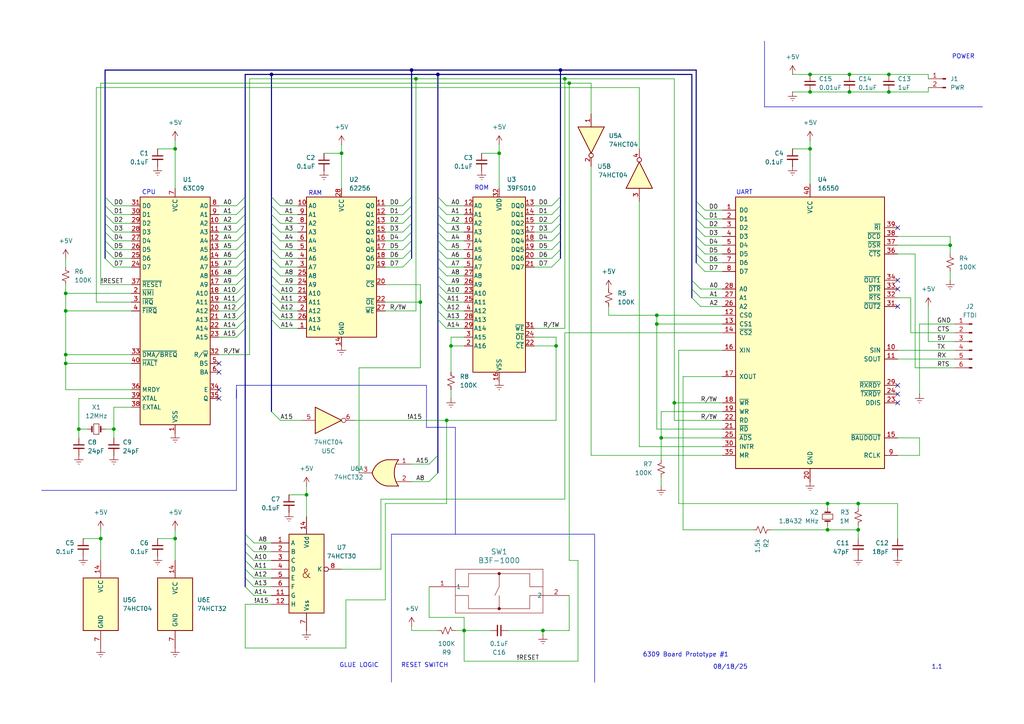
<source format=kicad_sch>
(kicad_sch
	(version 20250114)
	(generator "eeschema")
	(generator_version "9.0")
	(uuid "73f02399-4449-4d3e-bf52-6d1b4c7a62b4")
	(paper "A4")
	
	(text "GLUE LOGIC"
		(exclude_from_sim no)
		(at 104.14 193.04 0)
		(effects
			(font
				(size 1.27 1.27)
			)
		)
		(uuid "021a2526-3e68-4089-abdf-debce748d220")
	)
	(text "1.1"
		(exclude_from_sim no)
		(at 271.78 193.548 0)
		(effects
			(font
				(size 1.27 1.27)
			)
		)
		(uuid "0fb21def-310c-4fa6-a37a-7e4d08f74cdf")
	)
	(text "ROM\n"
		(exclude_from_sim no)
		(at 139.7 54.61 0)
		(effects
			(font
				(size 1.27 1.27)
			)
		)
		(uuid "29a95b38-f643-49a0-b1b1-93516b26fe37")
	)
	(text "UART"
		(exclude_from_sim no)
		(at 215.9 55.88 0)
		(effects
			(font
				(size 1.27 1.27)
			)
		)
		(uuid "31095492-7321-44d7-80c6-c5376b292fde")
	)
	(text "CPU\n"
		(exclude_from_sim no)
		(at 43.18 55.88 0)
		(effects
			(font
				(size 1.27 1.27)
			)
		)
		(uuid "46b9a4fe-bc02-4479-b264-6851ce8589bf")
	)
	(text "RESET SWITCH"
		(exclude_from_sim no)
		(at 123.19 193.04 0)
		(effects
			(font
				(size 1.27 1.27)
			)
		)
		(uuid "918db73d-f3bb-493d-81b0-72723c7503e2")
	)
	(text "POWER"
		(exclude_from_sim no)
		(at 279.4 16.51 0)
		(effects
			(font
				(size 1.27 1.27)
			)
		)
		(uuid "b2ea753c-9b49-4d46-8f44-57150135f9c0")
	)
	(text "6309 Board Prototype #1"
		(exclude_from_sim no)
		(at 198.882 189.992 0)
		(effects
			(font
				(size 1.27 1.27)
			)
		)
		(uuid "cbdaf7dc-d3ed-4001-8bbb-e636f011475a")
	)
	(text "08/18/25"
		(exclude_from_sim no)
		(at 211.836 193.548 0)
		(effects
			(font
				(size 1.27 1.27)
			)
		)
		(uuid "d5d09bd1-4a2d-4093-b5ea-1bb59797602f")
	)
	(text "RAM\n\n"
		(exclude_from_sim no)
		(at 91.44 57.15 0)
		(effects
			(font
				(size 1.27 1.27)
			)
		)
		(uuid "ebdb6141-5e5a-4285-90a0-052ed5010002")
	)
	(junction
		(at 144.78 44.45)
		(diameter 0)
		(color 0 0 0 0)
		(uuid "07867755-7e49-4edb-98a0-cb35285de70b")
	)
	(junction
		(at 157.48 182.88)
		(diameter 0)
		(color 0 0 0 0)
		(uuid "0ab8d52b-b1f3-4f1c-8bc9-e1759d305435")
	)
	(junction
		(at 248.92 146.05)
		(diameter 0)
		(color 0 0 0 0)
		(uuid "106da0b8-7ee2-4c0a-aa1b-2a418b8ea164")
	)
	(junction
		(at 191.77 127)
		(diameter 0)
		(color 0 0 0 0)
		(uuid "12997c7c-3374-4679-8d4c-260f1ee48105")
	)
	(junction
		(at 78.74 21.59)
		(diameter 0)
		(color 0 0 0 0)
		(uuid "151d835d-11a5-4da1-8db8-3202bbafd6f0")
	)
	(junction
		(at 99.06 44.45)
		(diameter 0)
		(color 0 0 0 0)
		(uuid "165c2c47-c591-4f42-90b9-9ed60d9035b6")
	)
	(junction
		(at 161.29 100.33)
		(diameter 0)
		(color 0 0 0 0)
		(uuid "22bc730b-c9a5-4c31-8dca-0c89382253fe")
	)
	(junction
		(at 234.95 21.59)
		(diameter 0)
		(color 0 0 0 0)
		(uuid "240e91c6-a1ac-4cd8-b332-63ffe7e1fda8")
	)
	(junction
		(at 234.95 43.18)
		(diameter 0)
		(color 0 0 0 0)
		(uuid "33053cf4-cac6-43dd-8afe-6812302f5598")
	)
	(junction
		(at 120.65 22.86)
		(diameter 0)
		(color 0 0 0 0)
		(uuid "3acf2b6d-b69b-4669-86e7-62619088d6e7")
	)
	(junction
		(at 33.02 124.46)
		(diameter 0)
		(color 0 0 0 0)
		(uuid "3e4f487f-2cbb-4c75-bd5c-cd032bf346bf")
	)
	(junction
		(at 19.05 90.17)
		(diameter 0)
		(color 0 0 0 0)
		(uuid "3ff01f91-00fe-4998-87ba-0fbf1017b7f8")
	)
	(junction
		(at 195.58 116.84)
		(diameter 0)
		(color 0 0 0 0)
		(uuid "41d29189-e1c7-433b-82f2-a40ca1b5ce6e")
	)
	(junction
		(at 257.81 21.59)
		(diameter 0)
		(color 0 0 0 0)
		(uuid "422b4a7a-fa69-4573-a448-db6158b56d15")
	)
	(junction
		(at 240.03 146.05)
		(diameter 0)
		(color 0 0 0 0)
		(uuid "4e20465b-22bc-4ce2-b68b-194fca6797a1")
	)
	(junction
		(at 257.81 26.67)
		(diameter 0)
		(color 0 0 0 0)
		(uuid "5a8ba5aa-83a9-409c-8c67-92f0f90603ad")
	)
	(junction
		(at 246.38 26.67)
		(diameter 0)
		(color 0 0 0 0)
		(uuid "5afb983e-a4cf-428f-8aaa-029000f7978a")
	)
	(junction
		(at 190.5 91.44)
		(diameter 0)
		(color 0 0 0 0)
		(uuid "5c8cc699-94c1-44f6-adf5-16827a093927")
	)
	(junction
		(at 127 21.59)
		(diameter 0)
		(color 0 0 0 0)
		(uuid "639c17cf-6c24-44b2-9264-bdb341f43547")
	)
	(junction
		(at 19.05 85.09)
		(diameter 0)
		(color 0 0 0 0)
		(uuid "710428dd-9463-4402-bf7b-9431cf46c020")
	)
	(junction
		(at 240.03 153.67)
		(diameter 0)
		(color 0 0 0 0)
		(uuid "73403e82-89fa-4466-9bbc-6e0af266c36b")
	)
	(junction
		(at 22.86 124.46)
		(diameter 0)
		(color 0 0 0 0)
		(uuid "7399ae6c-d772-4a21-babc-c80699ff7a18")
	)
	(junction
		(at 19.05 105.41)
		(diameter 0)
		(color 0 0 0 0)
		(uuid "74aea772-1d0d-4b2d-ad08-4de98444a5c6")
	)
	(junction
		(at 121.92 87.63)
		(diameter 0)
		(color 0 0 0 0)
		(uuid "7641c16b-be9e-425c-a18e-078faf215f59")
	)
	(junction
		(at 130.81 100.33)
		(diameter 0)
		(color 0 0 0 0)
		(uuid "7e84edf9-9dd3-4374-b835-7a118267e3e3")
	)
	(junction
		(at 163.83 22.86)
		(diameter 0)
		(color 0 0 0 0)
		(uuid "88871a70-ffd0-4cfc-b3e6-cf34201e39a9")
	)
	(junction
		(at 190.5 93.98)
		(diameter 0)
		(color 0 0 0 0)
		(uuid "8aae4ca1-13e4-4b8b-9e8c-56adefe6dca3")
	)
	(junction
		(at 129.54 121.92)
		(diameter 0)
		(color 0 0 0 0)
		(uuid "919f8703-74e9-4615-81b8-2377e9634861")
	)
	(junction
		(at 50.8 156.21)
		(diameter 0)
		(color 0 0 0 0)
		(uuid "92cdfb76-a79e-457a-80b7-bd678532af99")
	)
	(junction
		(at 248.92 153.67)
		(diameter 0)
		(color 0 0 0 0)
		(uuid "9363bd99-f0ed-4ff6-b160-4dc35061e7b0")
	)
	(junction
		(at 246.38 21.59)
		(diameter 0)
		(color 0 0 0 0)
		(uuid "b2b24072-00d0-4d97-bf62-0205eb56ae6d")
	)
	(junction
		(at 88.9 143.51)
		(diameter 0)
		(color 0 0 0 0)
		(uuid "b2d31f85-3572-426e-a6c1-6bd679c0567b")
	)
	(junction
		(at 134.62 182.88)
		(diameter 0)
		(color 0 0 0 0)
		(uuid "c1646d55-ec66-4f4a-a8de-ba62a2038870")
	)
	(junction
		(at 50.8 43.18)
		(diameter 0)
		(color 0 0 0 0)
		(uuid "c330c4c1-8bae-4158-b125-d87acbef08c9")
	)
	(junction
		(at 119.38 20.32)
		(diameter 0)
		(color 0 0 0 0)
		(uuid "ccf640c6-c3ad-40dd-ae8d-98c5f343a75e")
	)
	(junction
		(at 275.59 71.12)
		(diameter 0)
		(color 0 0 0 0)
		(uuid "d40b83da-8172-4fa5-8201-1a32662094d4")
	)
	(junction
		(at 29.21 156.21)
		(diameter 0)
		(color 0 0 0 0)
		(uuid "ddbd65fd-bcf3-48a0-991e-077102b29ae9")
	)
	(junction
		(at 162.56 20.32)
		(diameter 0)
		(color 0 0 0 0)
		(uuid "e369fa84-6380-4cd0-a7e7-8e2bc1d7d6c1")
	)
	(junction
		(at 234.95 26.67)
		(diameter 0)
		(color 0 0 0 0)
		(uuid "e67357e6-75d8-48e7-9b79-99cffceffd11")
	)
	(junction
		(at 19.05 102.87)
		(diameter 0)
		(color 0 0 0 0)
		(uuid "f210a513-99de-4f8b-acd7-785881cf9d86")
	)
	(junction
		(at 165.1 24.13)
		(diameter 0)
		(color 0 0 0 0)
		(uuid "f54c5092-db02-45d8-b6d9-ba8adc04ee05")
	)
	(no_connect
		(at 260.35 88.9)
		(uuid "0a93bc30-10c6-4aeb-bd9d-0a5bd7cb9ebe")
	)
	(no_connect
		(at 63.5 107.95)
		(uuid "179d9878-1859-44f4-b45f-8e3934d959b5")
	)
	(no_connect
		(at 63.5 113.03)
		(uuid "541378be-9a82-4569-b606-8201eb4a0061")
	)
	(no_connect
		(at 260.35 83.82)
		(uuid "6093d90b-7af7-4e3a-b85f-c4209adf5052")
	)
	(no_connect
		(at 260.35 111.76)
		(uuid "82a74636-6c11-4077-88f4-c8df9017bcdf")
	)
	(no_connect
		(at 260.35 66.04)
		(uuid "9572ebbd-25d0-4aa2-b130-370504d0f4cb")
	)
	(no_connect
		(at 260.35 81.28)
		(uuid "a98cfb94-3c46-422b-b198-8283c23dbf02")
	)
	(no_connect
		(at 260.35 116.84)
		(uuid "bd68b607-76d3-40ba-82c3-b8e65abf6e9a")
	)
	(no_connect
		(at 63.5 105.41)
		(uuid "d285c866-d1df-4436-ac18-605e2fafec14")
	)
	(no_connect
		(at 260.35 114.3)
		(uuid "ec9e245d-5956-4e4a-9c84-bb81612c0779")
	)
	(no_connect
		(at 63.5 115.57)
		(uuid "fb69eb84-c0f9-4255-be9a-f6cbb18cb39e")
	)
	(bus_entry
		(at 71.12 87.63)
		(size -2.54 2.54)
		(stroke
			(width 0)
			(type default)
		)
		(uuid "02318b98-1534-460a-af03-7449d73a15ed")
	)
	(bus_entry
		(at 200.66 81.28)
		(size 2.54 2.54)
		(stroke
			(width 0)
			(type default)
		)
		(uuid "048c85c1-0ed5-4993-a635-951c9e5c1c1d")
	)
	(bus_entry
		(at 201.93 60.96)
		(size 2.54 2.54)
		(stroke
			(width 0)
			(type default)
		)
		(uuid "078ab722-be93-4496-9473-4f5951445271")
	)
	(bus_entry
		(at 162.56 69.85)
		(size -2.54 2.54)
		(stroke
			(width 0)
			(type default)
		)
		(uuid "09f2e3da-5c9e-4508-a5b6-df6b461fff57")
	)
	(bus_entry
		(at 201.93 68.58)
		(size 2.54 2.54)
		(stroke
			(width 0)
			(type default)
		)
		(uuid "0ac4a17c-2c6e-42fc-973c-951048b83641")
	)
	(bus_entry
		(at 71.12 74.93)
		(size -2.54 2.54)
		(stroke
			(width 0)
			(type default)
		)
		(uuid "0add73bb-2b98-4659-be8f-536a2fee6989")
	)
	(bus_entry
		(at 78.74 57.15)
		(size 2.54 2.54)
		(stroke
			(width 0)
			(type default)
		)
		(uuid "0b0406ec-b15b-407b-9ff6-f1fa003545e8")
	)
	(bus_entry
		(at 71.12 77.47)
		(size -2.54 2.54)
		(stroke
			(width 0)
			(type default)
		)
		(uuid "0b398cf2-0d46-4887-b3d1-a5b6aef0c1ea")
	)
	(bus_entry
		(at 127 57.15)
		(size 2.54 2.54)
		(stroke
			(width 0)
			(type default)
		)
		(uuid "0d2f95e1-6a90-49ee-a632-0a159f344c2e")
	)
	(bus_entry
		(at 71.12 72.39)
		(size -2.54 2.54)
		(stroke
			(width 0)
			(type default)
		)
		(uuid "136ef8de-62bf-46c9-9b91-52f03dbcd8a5")
	)
	(bus_entry
		(at 201.93 73.66)
		(size 2.54 2.54)
		(stroke
			(width 0)
			(type default)
		)
		(uuid "14cf7a44-c24e-4f89-8b96-1ce933546f80")
	)
	(bus_entry
		(at 71.12 162.56)
		(size 2.54 2.54)
		(stroke
			(width 0)
			(type default)
		)
		(uuid "17bcc7ec-6e2d-4512-a2dc-b2205f675d40")
	)
	(bus_entry
		(at 30.48 59.69)
		(size 2.54 2.54)
		(stroke
			(width 0)
			(type default)
		)
		(uuid "188acb81-6fbb-4ebd-92b9-1059bdc94ee0")
	)
	(bus_entry
		(at 78.74 62.23)
		(size 2.54 2.54)
		(stroke
			(width 0)
			(type default)
		)
		(uuid "1b53386c-b65c-4fd0-874d-b3b43412a59a")
	)
	(bus_entry
		(at 71.12 82.55)
		(size -2.54 2.54)
		(stroke
			(width 0)
			(type default)
		)
		(uuid "1bd0a345-c88d-4c30-90c8-88855e2f5e23")
	)
	(bus_entry
		(at 127 74.93)
		(size 2.54 2.54)
		(stroke
			(width 0)
			(type default)
		)
		(uuid "1c56eacd-9f55-420a-b7dd-5f14a0879e53")
	)
	(bus_entry
		(at 201.93 66.04)
		(size 2.54 2.54)
		(stroke
			(width 0)
			(type default)
		)
		(uuid "210018e2-ed2b-4bfb-8a2a-7c136554585f")
	)
	(bus_entry
		(at 119.38 69.85)
		(size -2.54 2.54)
		(stroke
			(width 0)
			(type default)
		)
		(uuid "22667405-9c76-445d-88e9-fde42a674046")
	)
	(bus_entry
		(at 30.48 74.93)
		(size 2.54 2.54)
		(stroke
			(width 0)
			(type default)
		)
		(uuid "23a60ac5-e4e5-4a5d-bfe3-d1a47c87ebf4")
	)
	(bus_entry
		(at 162.56 59.69)
		(size -2.54 2.54)
		(stroke
			(width 0)
			(type default)
		)
		(uuid "261f9500-bdc5-49e9-b6e6-39631cb38aed")
	)
	(bus_entry
		(at 71.12 67.31)
		(size -2.54 2.54)
		(stroke
			(width 0)
			(type default)
		)
		(uuid "2d27b1cf-7ec0-4d10-8dc0-2beb98d10bb4")
	)
	(bus_entry
		(at 30.48 69.85)
		(size 2.54 2.54)
		(stroke
			(width 0)
			(type default)
		)
		(uuid "2ebcc0f7-8e52-4233-a8ff-92c57c8bcc99")
	)
	(bus_entry
		(at 71.12 92.71)
		(size -2.54 2.54)
		(stroke
			(width 0)
			(type default)
		)
		(uuid "32d713ac-1370-48eb-8444-53d51f839843")
	)
	(bus_entry
		(at 119.38 62.23)
		(size -2.54 2.54)
		(stroke
			(width 0)
			(type default)
		)
		(uuid "34c90d17-2914-4bdc-abaa-5dcc48debd26")
	)
	(bus_entry
		(at 78.74 77.47)
		(size 2.54 2.54)
		(stroke
			(width 0)
			(type default)
		)
		(uuid "3674ddd6-0cf1-489a-b1b7-541898a8723b")
	)
	(bus_entry
		(at 127 80.01)
		(size 2.54 2.54)
		(stroke
			(width 0)
			(type default)
		)
		(uuid "380e39eb-69fc-4217-9cf3-3d0ce8f871a5")
	)
	(bus_entry
		(at 127 59.69)
		(size 2.54 2.54)
		(stroke
			(width 0)
			(type default)
		)
		(uuid "3918983c-5513-4db8-aa3e-60388688df20")
	)
	(bus_entry
		(at 78.74 80.01)
		(size 2.54 2.54)
		(stroke
			(width 0)
			(type default)
		)
		(uuid "396388b1-d3e3-4a10-b49e-6e6c4d25e3f2")
	)
	(bus_entry
		(at 71.12 170.18)
		(size 2.54 2.54)
		(stroke
			(width 0)
			(type default)
		)
		(uuid "3b3c9e83-29c1-4314-9b86-94eeb4600853")
	)
	(bus_entry
		(at 201.93 71.12)
		(size 2.54 2.54)
		(stroke
			(width 0)
			(type default)
		)
		(uuid "3b56594e-07f8-4f33-a609-d755c0837bdd")
	)
	(bus_entry
		(at 201.93 76.2)
		(size 2.54 2.54)
		(stroke
			(width 0)
			(type default)
		)
		(uuid "3bb00200-627c-412c-b19d-16e0084ca9d0")
	)
	(bus_entry
		(at 78.74 59.69)
		(size 2.54 2.54)
		(stroke
			(width 0)
			(type default)
		)
		(uuid "47249c57-2167-4f9d-95b5-f2222912e6fd")
	)
	(bus_entry
		(at 200.66 86.36)
		(size 2.54 2.54)
		(stroke
			(width 0)
			(type default)
		)
		(uuid "4c746a74-69cf-43aa-b4b2-25ee447c2b91")
	)
	(bus_entry
		(at 71.12 154.94)
		(size 2.54 2.54)
		(stroke
			(width 0)
			(type default)
		)
		(uuid "52416ad1-238b-4f80-b741-e8abd409366d")
	)
	(bus_entry
		(at 78.74 72.39)
		(size 2.54 2.54)
		(stroke
			(width 0)
			(type default)
		)
		(uuid "59c59a6b-bf08-4491-8561-73a50cf4f9a7")
	)
	(bus_entry
		(at 30.48 67.31)
		(size 2.54 2.54)
		(stroke
			(width 0)
			(type default)
		)
		(uuid "5d430cff-bfe8-464a-87b1-1e0c7253be9a")
	)
	(bus_entry
		(at 162.56 62.23)
		(size -2.54 2.54)
		(stroke
			(width 0)
			(type default)
		)
		(uuid "6126fb92-91a2-4ff5-943a-bc644927457a")
	)
	(bus_entry
		(at 127 92.71)
		(size 2.54 2.54)
		(stroke
			(width 0)
			(type default)
		)
		(uuid "62694dfe-df33-4442-b7b1-11b70bd23ac7")
	)
	(bus_entry
		(at 127 87.63)
		(size 2.54 2.54)
		(stroke
			(width 0)
			(type default)
		)
		(uuid "66cce4e6-a6c0-4b8d-9d15-36c3fe5fbbaa")
	)
	(bus_entry
		(at 71.12 59.69)
		(size -2.54 2.54)
		(stroke
			(width 0)
			(type default)
		)
		(uuid "693e644f-3fa9-413b-8af6-385ec6a79dc7")
	)
	(bus_entry
		(at 78.74 90.17)
		(size 2.54 2.54)
		(stroke
			(width 0)
			(type default)
		)
		(uuid "6b0cf164-213c-418b-a5bf-0935016a433a")
	)
	(bus_entry
		(at 201.93 63.5)
		(size 2.54 2.54)
		(stroke
			(width 0)
			(type default)
		)
		(uuid "6b59f7dd-b06d-4a2f-8844-995c581153e6")
	)
	(bus_entry
		(at 119.38 72.39)
		(size -2.54 2.54)
		(stroke
			(width 0)
			(type default)
		)
		(uuid "6b810a4b-7a7e-46bd-ba24-c5590234aefb")
	)
	(bus_entry
		(at 162.56 57.15)
		(size -2.54 2.54)
		(stroke
			(width 0)
			(type default)
		)
		(uuid "6ca3349b-58d8-4b0b-a76a-bd5cdc124d53")
	)
	(bus_entry
		(at 162.56 74.93)
		(size -2.54 2.54)
		(stroke
			(width 0)
			(type default)
		)
		(uuid "6cda428d-a131-4bd7-965b-a2ebb20b3fb5")
	)
	(bus_entry
		(at 71.12 167.64)
		(size 2.54 2.54)
		(stroke
			(width 0)
			(type default)
		)
		(uuid "6fd7982f-3566-467a-aa93-215c2415ca4c")
	)
	(bus_entry
		(at 71.12 160.02)
		(size 2.54 2.54)
		(stroke
			(width 0)
			(type default)
		)
		(uuid "7356ec5f-3a29-4116-853f-35c7d1582d86")
	)
	(bus_entry
		(at 78.74 64.77)
		(size 2.54 2.54)
		(stroke
			(width 0)
			(type default)
		)
		(uuid "75366cd1-68e5-4e33-b049-171eccd720f6")
	)
	(bus_entry
		(at 162.56 64.77)
		(size -2.54 2.54)
		(stroke
			(width 0)
			(type default)
		)
		(uuid "78c82f51-4891-4630-85de-9d547a665c43")
	)
	(bus_entry
		(at 127 67.31)
		(size 2.54 2.54)
		(stroke
			(width 0)
			(type default)
		)
		(uuid "792cec23-87dd-4521-b45a-9a733326826c")
	)
	(bus_entry
		(at 119.38 57.15)
		(size -2.54 2.54)
		(stroke
			(width 0)
			(type default)
		)
		(uuid "79ad5128-6c73-4440-9eba-d11153bf9ecc")
	)
	(bus_entry
		(at 71.12 157.48)
		(size 2.54 2.54)
		(stroke
			(width 0)
			(type default)
		)
		(uuid "87995183-29e5-4bbd-9539-4b720d8fc471")
	)
	(bus_entry
		(at 201.93 58.42)
		(size 2.54 2.54)
		(stroke
			(width 0)
			(type default)
		)
		(uuid "8d3b8c57-8cfa-4e4d-9ad0-8e900917d551")
	)
	(bus_entry
		(at 78.74 87.63)
		(size 2.54 2.54)
		(stroke
			(width 0)
			(type default)
		)
		(uuid "8de4d954-1e4d-4340-9cae-52dba6aabd5d")
	)
	(bus_entry
		(at 71.12 90.17)
		(size -2.54 2.54)
		(stroke
			(width 0)
			(type default)
		)
		(uuid "90d124d9-f5ad-43b0-879f-2e1ae9d31dfd")
	)
	(bus_entry
		(at 127 82.55)
		(size 2.54 2.54)
		(stroke
			(width 0)
			(type default)
		)
		(uuid "92fc002b-6fdd-4407-b38a-6a3d40932162")
	)
	(bus_entry
		(at 127 64.77)
		(size 2.54 2.54)
		(stroke
			(width 0)
			(type default)
		)
		(uuid "93eb58fe-e75d-4166-be6b-7e85679a2154")
	)
	(bus_entry
		(at 127 62.23)
		(size 2.54 2.54)
		(stroke
			(width 0)
			(type default)
		)
		(uuid "9d83f464-793c-4e98-87b9-9de01d63eae3")
	)
	(bus_entry
		(at 119.38 74.93)
		(size -2.54 2.54)
		(stroke
			(width 0)
			(type default)
		)
		(uuid "9e8dca63-5e91-4c68-9fbe-e45b23e47346")
	)
	(bus_entry
		(at 78.74 67.31)
		(size 2.54 2.54)
		(stroke
			(width 0)
			(type default)
		)
		(uuid "9fc4cd2a-a892-4e4e-a871-09212fd8aceb")
	)
	(bus_entry
		(at 71.12 69.85)
		(size -2.54 2.54)
		(stroke
			(width 0)
			(type default)
		)
		(uuid "a22e7fca-ae79-420f-97e4-51154f3054f6")
	)
	(bus_entry
		(at 71.12 80.01)
		(size -2.54 2.54)
		(stroke
			(width 0)
			(type default)
		)
		(uuid "a6170720-1782-4031-a83c-9119b55f5928")
	)
	(bus_entry
		(at 71.12 165.1)
		(size 2.54 2.54)
		(stroke
			(width 0)
			(type default)
		)
		(uuid "a9d5060d-bde2-4d31-a17c-420741ed7e86")
	)
	(bus_entry
		(at 71.12 64.77)
		(size -2.54 2.54)
		(stroke
			(width 0)
			(type default)
		)
		(uuid "abcbefb7-d157-4032-b076-cb526d720139")
	)
	(bus_entry
		(at 127 69.85)
		(size 2.54 2.54)
		(stroke
			(width 0)
			(type default)
		)
		(uuid "b274fe64-707a-41d1-b040-dae21ea34f01")
	)
	(bus_entry
		(at 127 90.17)
		(size 2.54 2.54)
		(stroke
			(width 0)
			(type default)
		)
		(uuid "b542649e-a3ac-4bd8-9c8f-22c12ae0b94b")
	)
	(bus_entry
		(at 71.12 62.23)
		(size -2.54 2.54)
		(stroke
			(width 0)
			(type default)
		)
		(uuid "b643e25a-e56f-463a-9a68-11a02a7795e4")
	)
	(bus_entry
		(at 127 137.16)
		(size -2.54 2.54)
		(stroke
			(width 0)
			(type default)
		)
		(uuid "b69f1eb1-726a-4338-8844-95a0f9b43d8a")
	)
	(bus_entry
		(at 127 77.47)
		(size 2.54 2.54)
		(stroke
			(width 0)
			(type default)
		)
		(uuid "ba6f1ce3-7306-4f4d-81b7-36ddd918abd7")
	)
	(bus_entry
		(at 30.48 62.23)
		(size 2.54 2.54)
		(stroke
			(width 0)
			(type default)
		)
		(uuid "bc151231-3eae-4a2d-aba7-df59d90b3cb7")
	)
	(bus_entry
		(at 78.74 119.38)
		(size 2.54 2.54)
		(stroke
			(width 0)
			(type default)
		)
		(uuid "bc1791cf-8508-4948-8d84-6bf2424676f5")
	)
	(bus_entry
		(at 71.12 57.15)
		(size -2.54 2.54)
		(stroke
			(width 0)
			(type default)
		)
		(uuid "be47662c-3d31-4c11-94e5-32ec7238cd6f")
	)
	(bus_entry
		(at 30.48 64.77)
		(size 2.54 2.54)
		(stroke
			(width 0)
			(type default)
		)
		(uuid "beae9156-db16-424e-a009-1bcaf05eff6d")
	)
	(bus_entry
		(at 162.56 67.31)
		(size -2.54 2.54)
		(stroke
			(width 0)
			(type default)
		)
		(uuid "c13f01ad-0ce9-409d-8360-6ee7d92bdeb7")
	)
	(bus_entry
		(at 200.66 83.82)
		(size 2.54 2.54)
		(stroke
			(width 0)
			(type default)
		)
		(uuid "c3f1179d-2122-4fb1-97d1-e97cf0910774")
	)
	(bus_entry
		(at 30.48 72.39)
		(size 2.54 2.54)
		(stroke
			(width 0)
			(type default)
		)
		(uuid "d1f68ae7-ff28-43f8-aa06-595d9c602c67")
	)
	(bus_entry
		(at 119.38 64.77)
		(size -2.54 2.54)
		(stroke
			(width 0)
			(type default)
		)
		(uuid "d292fc8e-6b61-41ea-b1e1-958e32ffe05a")
	)
	(bus_entry
		(at 119.38 67.31)
		(size -2.54 2.54)
		(stroke
			(width 0)
			(type default)
		)
		(uuid "d32e63d3-1a7e-499f-b87d-c00cf16bf4f6")
	)
	(bus_entry
		(at 127 132.08)
		(size -2.54 2.54)
		(stroke
			(width 0)
			(type default)
		)
		(uuid "d4b8c3ce-0786-4822-9bec-1c79c8f3ffdf")
	)
	(bus_entry
		(at 78.74 85.09)
		(size 2.54 2.54)
		(stroke
			(width 0)
			(type default)
		)
		(uuid "d5f4cd54-24dc-425a-8517-e42719619728")
	)
	(bus_entry
		(at 127 72.39)
		(size 2.54 2.54)
		(stroke
			(width 0)
			(type default)
		)
		(uuid "d6295880-cd54-4235-9817-b85659694fbf")
	)
	(bus_entry
		(at 127 85.09)
		(size 2.54 2.54)
		(stroke
			(width 0)
			(type default)
		)
		(uuid "da45a072-0c5d-4eb1-8d7f-dbbc609bfbc3")
	)
	(bus_entry
		(at 78.74 69.85)
		(size 2.54 2.54)
		(stroke
			(width 0)
			(type default)
		)
		(uuid "dd29499c-f84a-4f0d-8908-0ab82a2fba22")
	)
	(bus_entry
		(at 30.48 57.15)
		(size 2.54 2.54)
		(stroke
			(width 0)
			(type default)
		)
		(uuid "dd450199-941c-4ec5-afe6-3fa25935ed42")
	)
	(bus_entry
		(at 78.74 82.55)
		(size 2.54 2.54)
		(stroke
			(width 0)
			(type default)
		)
		(uuid "e00429ee-1fe4-4c90-b0ce-7f7c4434b192")
	)
	(bus_entry
		(at 162.56 72.39)
		(size -2.54 2.54)
		(stroke
			(width 0)
			(type default)
		)
		(uuid "e1bb8d64-ee18-4e69-9a5d-2d011e162ec9")
	)
	(bus_entry
		(at 78.74 74.93)
		(size 2.54 2.54)
		(stroke
			(width 0)
			(type default)
		)
		(uuid "e1d1c7ba-d3e3-4418-8b32-fcb5aec419d5")
	)
	(bus_entry
		(at 119.38 59.69)
		(size -2.54 2.54)
		(stroke
			(width 0)
			(type default)
		)
		(uuid "e49211f1-3ff3-45fa-ad86-b2185c3bac9a")
	)
	(bus_entry
		(at 71.12 85.09)
		(size -2.54 2.54)
		(stroke
			(width 0)
			(type default)
		)
		(uuid "f23d5f9e-155c-4070-8e74-68e7666113b5")
	)
	(bus_entry
		(at 71.12 95.25)
		(size -2.54 2.54)
		(stroke
			(width 0)
			(type default)
		)
		(uuid "f8f85bf1-8627-4a39-8362-3260d15b296e")
	)
	(bus_entry
		(at 78.74 92.71)
		(size 2.54 2.54)
		(stroke
			(width 0)
			(type default)
		)
		(uuid "fb5fba14-8d4b-46c2-8a11-e92eea7018a1")
	)
	(bus
		(pts
			(xy 71.12 82.55) (xy 71.12 85.09)
		)
		(stroke
			(width 0)
			(type default)
		)
		(uuid "0000908d-d657-4009-85d4-3c75a773df4d")
	)
	(wire
		(pts
			(xy 33.02 77.47) (xy 38.1 77.47)
		)
		(stroke
			(width 0)
			(type default)
		)
		(uuid "007e6c91-7467-4520-8909-6bca9844e20d")
	)
	(bus
		(pts
			(xy 78.74 74.93) (xy 78.74 77.47)
		)
		(stroke
			(width 0)
			(type default)
		)
		(uuid "015a4c86-cb1b-4fde-9f50-e819a0f2e09b")
	)
	(wire
		(pts
			(xy 104.14 137.16) (xy 104.14 106.68)
		)
		(stroke
			(width 0)
			(type default)
		)
		(uuid "016e58c8-aad4-4e01-b170-8289320c684e")
	)
	(wire
		(pts
			(xy 223.52 153.67) (xy 240.03 153.67)
		)
		(stroke
			(width 0)
			(type default)
		)
		(uuid "02a1c43c-4e3d-4b30-8f8b-b47a25db48cb")
	)
	(wire
		(pts
			(xy 190.5 91.44) (xy 209.55 91.44)
		)
		(stroke
			(width 0)
			(type default)
		)
		(uuid "0320c394-f5b9-465d-90fd-f49838901f59")
	)
	(bus
		(pts
			(xy 119.38 20.32) (xy 162.56 20.32)
		)
		(stroke
			(width 0)
			(type default)
		)
		(uuid "03350d90-38fe-4345-a3a7-d4df695621fd")
	)
	(wire
		(pts
			(xy 191.77 127) (xy 191.77 133.35)
		)
		(stroke
			(width 0)
			(type default)
		)
		(uuid "03f7bf85-20eb-4cfd-b000-f9a70774c6de")
	)
	(wire
		(pts
			(xy 185.42 58.42) (xy 185.42 129.54)
		)
		(stroke
			(width 0)
			(type default)
		)
		(uuid "069fa87e-c93c-4a70-bbc3-460f82f5d498")
	)
	(wire
		(pts
			(xy 129.54 67.31) (xy 134.62 67.31)
		)
		(stroke
			(width 0)
			(type default)
		)
		(uuid "06b29efc-dcc3-4fb3-b7f7-1e271b482367")
	)
	(wire
		(pts
			(xy 63.5 102.87) (xy 72.39 102.87)
		)
		(stroke
			(width 0)
			(type default)
		)
		(uuid "06b34e9d-55e0-4e1d-97b8-0e4ae834bd8b")
	)
	(wire
		(pts
			(xy 81.28 85.09) (xy 86.36 85.09)
		)
		(stroke
			(width 0)
			(type default)
		)
		(uuid "073cf60f-e1e2-4dac-8b96-241ba50255e5")
	)
	(wire
		(pts
			(xy 33.02 64.77) (xy 38.1 64.77)
		)
		(stroke
			(width 0)
			(type default)
		)
		(uuid "074dbbec-3953-4801-b0ce-2d24c868cbbf")
	)
	(polyline
		(pts
			(xy 123.698 123.952) (xy 132.08 123.952)
		)
		(stroke
			(width 0)
			(type default)
		)
		(uuid "076297c8-7f24-4ac5-8ba3-aaf5601a86f8")
	)
	(wire
		(pts
			(xy 68.58 74.93) (xy 63.5 74.93)
		)
		(stroke
			(width 0)
			(type default)
		)
		(uuid "077cdad8-bc0f-4f40-9d16-4fc7efcc0943")
	)
	(wire
		(pts
			(xy 240.03 146.05) (xy 240.03 147.32)
		)
		(stroke
			(width 0)
			(type default)
		)
		(uuid "0782c2fd-dda1-4041-822c-22e61d1fe8bd")
	)
	(wire
		(pts
			(xy 130.81 97.79) (xy 134.62 97.79)
		)
		(stroke
			(width 0)
			(type default)
		)
		(uuid "0785529b-2bb6-457a-ab46-78a602696382")
	)
	(bus
		(pts
			(xy 201.93 71.12) (xy 201.93 73.66)
		)
		(stroke
			(width 0)
			(type default)
		)
		(uuid "08b02ad7-62e5-4b6b-916b-4b7755368a12")
	)
	(wire
		(pts
			(xy 161.29 121.92) (xy 161.29 100.33)
		)
		(stroke
			(width 0)
			(type default)
		)
		(uuid "094c8927-81e6-4d9b-8e39-78aba833f256")
	)
	(wire
		(pts
			(xy 111.76 82.55) (xy 121.92 82.55)
		)
		(stroke
			(width 0)
			(type default)
		)
		(uuid "0bac7222-e794-45b8-bee1-02c201da43c0")
	)
	(bus
		(pts
			(xy 200.66 81.28) (xy 200.66 83.82)
		)
		(stroke
			(width 0)
			(type default)
		)
		(uuid "0bceb376-012f-41c3-8bf1-461594c1f1c7")
	)
	(bus
		(pts
			(xy 162.56 69.85) (xy 162.56 72.39)
		)
		(stroke
			(width 0)
			(type default)
		)
		(uuid "0cae5a63-0c9c-494f-a664-d16fdfcde70d")
	)
	(wire
		(pts
			(xy 88.9 143.51) (xy 88.9 149.86)
		)
		(stroke
			(width 0)
			(type default)
		)
		(uuid "0cb5e355-0ab2-40fb-bf71-0786481464ad")
	)
	(wire
		(pts
			(xy 111.76 146.05) (xy 129.54 146.05)
		)
		(stroke
			(width 0)
			(type default)
		)
		(uuid "0d675beb-02d8-4ff8-8baa-cd12a7574f82")
	)
	(wire
		(pts
			(xy 121.92 106.68) (xy 121.92 87.63)
		)
		(stroke
			(width 0)
			(type default)
		)
		(uuid "0da2eb8a-5506-4210-93eb-69db76f9f853")
	)
	(bus
		(pts
			(xy 71.12 59.69) (xy 71.12 62.23)
		)
		(stroke
			(width 0)
			(type default)
		)
		(uuid "0ff77133-530d-4eb2-9190-ce361297dad6")
	)
	(wire
		(pts
			(xy 234.95 43.18) (xy 234.95 40.64)
		)
		(stroke
			(width 0)
			(type default)
		)
		(uuid "10d1423b-5abf-4455-ab3f-78b770bd590b")
	)
	(wire
		(pts
			(xy 198.12 109.22) (xy 198.12 153.67)
		)
		(stroke
			(width 0)
			(type default)
		)
		(uuid "11d029ac-abc1-4c20-a938-5556c2b9704f")
	)
	(wire
		(pts
			(xy 100.33 173.99) (xy 111.76 173.99)
		)
		(stroke
			(width 0)
			(type default)
		)
		(uuid "11db5035-a2a8-4713-b846-3bd671419a8c")
	)
	(wire
		(pts
			(xy 30.48 124.46) (xy 33.02 124.46)
		)
		(stroke
			(width 0)
			(type default)
		)
		(uuid "11e40672-a8c6-4976-b2f9-7dfe905ab245")
	)
	(wire
		(pts
			(xy 204.47 78.74) (xy 209.55 78.74)
		)
		(stroke
			(width 0)
			(type default)
		)
		(uuid "14b956a2-ccac-4b24-89a5-df6f664d173a")
	)
	(wire
		(pts
			(xy 129.54 80.01) (xy 134.62 80.01)
		)
		(stroke
			(width 0)
			(type default)
		)
		(uuid "14d34cb8-2c2d-4d04-941d-242d5050b049")
	)
	(wire
		(pts
			(xy 260.35 86.36) (xy 264.16 86.36)
		)
		(stroke
			(width 0)
			(type default)
		)
		(uuid "150140da-053a-41b4-9aee-9587a616f73b")
	)
	(wire
		(pts
			(xy 167.64 162.56) (xy 167.64 191.77)
		)
		(stroke
			(width 0)
			(type default)
		)
		(uuid "16d91267-b035-4690-bba9-48ea836ae4da")
	)
	(wire
		(pts
			(xy 73.66 157.48) (xy 78.74 157.48)
		)
		(stroke
			(width 0)
			(type default)
		)
		(uuid "172dd810-c891-4caf-9e23-97921f793d8c")
	)
	(wire
		(pts
			(xy 129.54 121.92) (xy 129.54 146.05)
		)
		(stroke
			(width 0)
			(type default)
		)
		(uuid "1843c0d8-aabc-4be4-bf66-3e7c02c410e1")
	)
	(wire
		(pts
			(xy 191.77 119.38) (xy 209.55 119.38)
		)
		(stroke
			(width 0)
			(type default)
		)
		(uuid "19f46abe-3d7f-4dd5-ab13-702b353fa13f")
	)
	(wire
		(pts
			(xy 19.05 90.17) (xy 38.1 90.17)
		)
		(stroke
			(width 0)
			(type default)
		)
		(uuid "1b6d0ee2-7a90-40ff-b6af-70301f09a5b0")
	)
	(wire
		(pts
			(xy 240.03 153.67) (xy 248.92 153.67)
		)
		(stroke
			(width 0)
			(type default)
		)
		(uuid "1c5ed3ca-42c0-4de2-bac8-bea1d4a23a2e")
	)
	(wire
		(pts
			(xy 185.42 129.54) (xy 209.55 129.54)
		)
		(stroke
			(width 0)
			(type default)
		)
		(uuid "1cb3cd32-466d-472a-a6d9-2090fa9f543e")
	)
	(bus
		(pts
			(xy 162.56 20.32) (xy 201.93 20.32)
		)
		(stroke
			(width 0)
			(type default)
		)
		(uuid "1d576be8-4c18-4dfc-b4d9-ff96cd701f10")
	)
	(wire
		(pts
			(xy 99.06 44.45) (xy 99.06 54.61)
		)
		(stroke
			(width 0)
			(type default)
		)
		(uuid "1d6aabf6-9323-4029-87c2-36a655644454")
	)
	(wire
		(pts
			(xy 121.92 82.55) (xy 121.92 87.63)
		)
		(stroke
			(width 0)
			(type default)
		)
		(uuid "1d96a76c-2a0f-428f-a648-9d94fa7168d1")
	)
	(polyline
		(pts
			(xy 121.158 111.76) (xy 123.698 111.76)
		)
		(stroke
			(width 0)
			(type default)
		)
		(uuid "1e1eb948-098c-4fa5-bb10-85e738c7e7b8")
	)
	(wire
		(pts
			(xy 240.03 152.4) (xy 240.03 153.67)
		)
		(stroke
			(width 0)
			(type default)
		)
		(uuid "1e5f4128-2ad7-4745-80cb-6eed17f1ecdb")
	)
	(wire
		(pts
			(xy 116.84 69.85) (xy 111.76 69.85)
		)
		(stroke
			(width 0)
			(type default)
		)
		(uuid "1ed64bf9-424b-4b0b-a807-3639ce32af9e")
	)
	(wire
		(pts
			(xy 190.5 93.98) (xy 190.5 124.46)
		)
		(stroke
			(width 0)
			(type default)
		)
		(uuid "1f77373d-556b-454c-948e-1bfd587aaef6")
	)
	(wire
		(pts
			(xy 163.83 95.25) (xy 154.94 95.25)
		)
		(stroke
			(width 0)
			(type default)
		)
		(uuid "1feabee4-c8b5-4754-bc92-de5eb8f3e949")
	)
	(wire
		(pts
			(xy 19.05 74.93) (xy 19.05 77.47)
		)
		(stroke
			(width 0)
			(type default)
		)
		(uuid "200bf983-bfd2-446c-810f-9c8f3fb46a79")
	)
	(wire
		(pts
			(xy 81.28 95.25) (xy 86.36 95.25)
		)
		(stroke
			(width 0)
			(type default)
		)
		(uuid "209a3ff2-05fd-4413-bfe6-f33d56511237")
	)
	(wire
		(pts
			(xy 165.1 24.13) (xy 171.45 24.13)
		)
		(stroke
			(width 0)
			(type default)
		)
		(uuid "21447fe2-0acc-428b-8c51-bb785a8a6114")
	)
	(wire
		(pts
			(xy 129.54 64.77) (xy 134.62 64.77)
		)
		(stroke
			(width 0)
			(type default)
		)
		(uuid "21833a06-af80-4173-b566-77933ba29e45")
	)
	(wire
		(pts
			(xy 68.58 82.55) (xy 63.5 82.55)
		)
		(stroke
			(width 0)
			(type default)
		)
		(uuid "21e63845-db9a-4090-b30a-8da6fd13d1f8")
	)
	(bus
		(pts
			(xy 78.74 82.55) (xy 78.74 85.09)
		)
		(stroke
			(width 0)
			(type default)
		)
		(uuid "22aa4556-5a80-4533-b63d-f4d5028c4f95")
	)
	(wire
		(pts
			(xy 100.33 173.99) (xy 100.33 187.96)
		)
		(stroke
			(width 0)
			(type default)
		)
		(uuid "22d30252-c885-4a2b-9536-75015a8ebffa")
	)
	(wire
		(pts
			(xy 24.13 156.21) (xy 29.21 156.21)
		)
		(stroke
			(width 0)
			(type default)
		)
		(uuid "231dc9c9-b643-4ccb-924d-1fb51c5ae04c")
	)
	(wire
		(pts
			(xy 124.46 139.7) (xy 119.38 139.7)
		)
		(stroke
			(width 0)
			(type default)
		)
		(uuid "24b25a06-b38f-41ea-bb55-79105a39aea5")
	)
	(wire
		(pts
			(xy 269.24 99.06) (xy 276.86 99.06)
		)
		(stroke
			(width 0)
			(type default)
		)
		(uuid "24bf4a28-3f7c-4f06-854e-0ed40a877817")
	)
	(polyline
		(pts
			(xy 132.08 154.94) (xy 113.538 154.94)
		)
		(stroke
			(width 0)
			(type default)
		)
		(uuid "25832879-eaa9-44eb-a7c9-4e04aee8ec52")
	)
	(wire
		(pts
			(xy 190.5 93.98) (xy 209.55 93.98)
		)
		(stroke
			(width 0)
			(type default)
		)
		(uuid "25a1ddef-603e-4135-8d0b-c2e548791c92")
	)
	(wire
		(pts
			(xy 33.02 124.46) (xy 33.02 127)
		)
		(stroke
			(width 0)
			(type default)
		)
		(uuid "25ea3f9c-1072-4fb3-abfe-b2e8498c936d")
	)
	(wire
		(pts
			(xy 50.8 43.18) (xy 50.8 40.64)
		)
		(stroke
			(width 0)
			(type default)
		)
		(uuid "26fb8310-7dd0-4b2d-aba4-051e3321c282")
	)
	(bus
		(pts
			(xy 71.12 90.17) (xy 71.12 92.71)
		)
		(stroke
			(width 0)
			(type default)
		)
		(uuid "2788b502-e5aa-45f9-92f8-f71325892b81")
	)
	(bus
		(pts
			(xy 78.74 21.59) (xy 78.74 57.15)
		)
		(stroke
			(width 0)
			(type default)
		)
		(uuid "27e6f9a6-a39d-49ce-9c17-70eb016ebfdc")
	)
	(wire
		(pts
			(xy 160.02 72.39) (xy 154.94 72.39)
		)
		(stroke
			(width 0)
			(type default)
		)
		(uuid "27e860c3-3b57-40c7-a774-e2595c25f171")
	)
	(wire
		(pts
			(xy 29.21 82.55) (xy 38.1 82.55)
		)
		(stroke
			(width 0)
			(type default)
		)
		(uuid "2848cd7d-e848-4b2d-931e-6fcb537a08ba")
	)
	(wire
		(pts
			(xy 33.02 124.46) (xy 33.02 118.11)
		)
		(stroke
			(width 0)
			(type default)
		)
		(uuid "29081114-c698-47b9-a99e-73eb7a3fbfee")
	)
	(wire
		(pts
			(xy 111.76 90.17) (xy 120.65 90.17)
		)
		(stroke
			(width 0)
			(type default)
		)
		(uuid "29adaf1a-c515-4dc5-be11-62cdb9cfdcd4")
	)
	(wire
		(pts
			(xy 129.54 77.47) (xy 134.62 77.47)
		)
		(stroke
			(width 0)
			(type default)
		)
		(uuid "2bc73815-ca72-4328-a71c-22e0435af202")
	)
	(wire
		(pts
			(xy 163.83 144.78) (xy 110.49 144.78)
		)
		(stroke
			(width 0)
			(type default)
		)
		(uuid "2c0e87e0-51a1-4dfc-8568-a71e63a6eaa1")
	)
	(bus
		(pts
			(xy 71.12 95.25) (xy 71.12 154.94)
		)
		(stroke
			(width 0)
			(type default)
		)
		(uuid "2c771b9c-bd4e-4f0a-bd71-ed10d3aeea8d")
	)
	(bus
		(pts
			(xy 71.12 67.31) (xy 71.12 69.85)
		)
		(stroke
			(width 0)
			(type default)
		)
		(uuid "2c8c76f0-e7d8-4d6a-8aaa-4a066f0a929b")
	)
	(wire
		(pts
			(xy 116.84 64.77) (xy 111.76 64.77)
		)
		(stroke
			(width 0)
			(type default)
		)
		(uuid "2cca02cd-9a38-4532-8431-e8b4653a89fa")
	)
	(wire
		(pts
			(xy 29.21 24.13) (xy 29.21 82.55)
		)
		(stroke
			(width 0)
			(type default)
		)
		(uuid "2d3d74fc-4aec-4722-9ac2-aacce73f9744")
	)
	(wire
		(pts
			(xy 68.58 97.79) (xy 63.5 97.79)
		)
		(stroke
			(width 0)
			(type default)
		)
		(uuid "2d5bd011-7fa1-42ca-b3be-9f12e16bc980")
	)
	(wire
		(pts
			(xy 165.1 24.13) (xy 165.1 162.56)
		)
		(stroke
			(width 0)
			(type default)
		)
		(uuid "2da81f64-c909-4e97-b37c-01ee3f93501b")
	)
	(wire
		(pts
			(xy 248.92 146.05) (xy 248.92 147.32)
		)
		(stroke
			(width 0)
			(type default)
		)
		(uuid "2dce5864-115e-4493-a1ab-2394b649d98c")
	)
	(wire
		(pts
			(xy 73.66 167.64) (xy 78.74 167.64)
		)
		(stroke
			(width 0)
			(type default)
		)
		(uuid "2e3a1052-6e55-4d5c-978c-d6d4215ed1c4")
	)
	(wire
		(pts
			(xy 229.87 43.18) (xy 234.95 43.18)
		)
		(stroke
			(width 0)
			(type default)
		)
		(uuid "3126e49b-7221-45f9-af0c-5d28a496dc3e")
	)
	(wire
		(pts
			(xy 83.82 143.51) (xy 88.9 143.51)
		)
		(stroke
			(width 0)
			(type default)
		)
		(uuid "32f9adec-263d-43f2-81cc-f47fcef16ccb")
	)
	(wire
		(pts
			(xy 204.47 73.66) (xy 209.55 73.66)
		)
		(stroke
			(width 0)
			(type default)
		)
		(uuid "341745b1-50fb-461d-a326-a6ed156833ee")
	)
	(wire
		(pts
			(xy 45.72 156.21) (xy 50.8 156.21)
		)
		(stroke
			(width 0)
			(type default)
		)
		(uuid "349eeeaf-67b0-4fc4-943a-946552780f20")
	)
	(wire
		(pts
			(xy 196.85 101.6) (xy 196.85 146.05)
		)
		(stroke
			(width 0)
			(type default)
		)
		(uuid "350d128c-84d6-44ac-bd97-387dd4ff6b5e")
	)
	(wire
		(pts
			(xy 165.1 172.72) (xy 165.1 182.88)
		)
		(stroke
			(width 0)
			(type default)
		)
		(uuid "353ef420-e908-4a02-b1b6-447c0f9e27a5")
	)
	(bus
		(pts
			(xy 127 72.39) (xy 127 74.93)
		)
		(stroke
			(width 0)
			(type default)
		)
		(uuid "35419083-9785-48b5-850f-a255e123f4b0")
	)
	(wire
		(pts
			(xy 33.02 59.69) (xy 38.1 59.69)
		)
		(stroke
			(width 0)
			(type default)
		)
		(uuid "3553a0d3-4d72-4a43-aa59-23661462e421")
	)
	(wire
		(pts
			(xy 99.06 44.45) (xy 99.06 41.91)
		)
		(stroke
			(width 0)
			(type default)
		)
		(uuid "36d5407a-064f-4e8c-aef2-fa090259f263")
	)
	(bus
		(pts
			(xy 201.93 58.42) (xy 201.93 60.96)
		)
		(stroke
			(width 0)
			(type default)
		)
		(uuid "3726ad62-4a40-448b-8364-93057556331d")
	)
	(wire
		(pts
			(xy 260.35 104.14) (xy 276.86 104.14)
		)
		(stroke
			(width 0)
			(type default)
		)
		(uuid "3755f355-fc56-4634-bb6d-69da040d14b4")
	)
	(wire
		(pts
			(xy 22.86 115.57) (xy 22.86 124.46)
		)
		(stroke
			(width 0)
			(type default)
		)
		(uuid "37c88098-11f5-46cd-ad84-eb1863fa8d6e")
	)
	(bus
		(pts
			(xy 162.56 62.23) (xy 162.56 64.77)
		)
		(stroke
			(width 0)
			(type default)
		)
		(uuid "3833822b-6277-41e5-9a3e-64e0afb6ac41")
	)
	(wire
		(pts
			(xy 19.05 102.87) (xy 38.1 102.87)
		)
		(stroke
			(width 0)
			(type default)
		)
		(uuid "38995f6b-02f5-4f25-9a10-9fff00ff2e4c")
	)
	(wire
		(pts
			(xy 269.24 88.9) (xy 269.24 99.06)
		)
		(stroke
			(width 0)
			(type default)
		)
		(uuid "38e01e44-cb36-44cf-b0d4-68ed1a0b391c")
	)
	(wire
		(pts
			(xy 269.24 21.59) (xy 269.24 22.86)
		)
		(stroke
			(width 0)
			(type default)
		)
		(uuid "39b10fa2-caf9-453b-a59a-e3e07415c65f")
	)
	(wire
		(pts
			(xy 196.85 146.05) (xy 240.03 146.05)
		)
		(stroke
			(width 0)
			(type default)
		)
		(uuid "3a81bde7-8f4f-409b-bbb9-60c51936a3e3")
	)
	(wire
		(pts
			(xy 81.28 90.17) (xy 86.36 90.17)
		)
		(stroke
			(width 0)
			(type default)
		)
		(uuid "3a8829b8-9102-4b96-a4ac-67e8fb095b66")
	)
	(bus
		(pts
			(xy 162.56 67.31) (xy 162.56 69.85)
		)
		(stroke
			(width 0)
			(type default)
		)
		(uuid "3b78f121-4378-4201-bb5e-43cb08524ea5")
	)
	(bus
		(pts
			(xy 119.38 69.85) (xy 119.38 72.39)
		)
		(stroke
			(width 0)
			(type default)
		)
		(uuid "3cbdded0-7f19-48df-85d3-ade0f5f34fc6")
	)
	(wire
		(pts
			(xy 134.62 179.07) (xy 134.62 182.88)
		)
		(stroke
			(width 0)
			(type default)
		)
		(uuid "3db73ba3-2353-4da0-b330-202a6a8909fb")
	)
	(wire
		(pts
			(xy 71.12 187.96) (xy 100.33 187.96)
		)
		(stroke
			(width 0)
			(type default)
		)
		(uuid "3e7f4f10-3fab-4bee-b930-8dea2611c40b")
	)
	(wire
		(pts
			(xy 276.86 93.98) (xy 266.7 93.98)
		)
		(stroke
			(width 0)
			(type default)
		)
		(uuid "3f4db3fe-3434-4bb9-baab-5033d31aa926")
	)
	(wire
		(pts
			(xy 248.92 146.05) (xy 260.35 146.05)
		)
		(stroke
			(width 0)
			(type default)
		)
		(uuid "3f6cad3c-53a0-444b-862e-2153fc4c3b97")
	)
	(bus
		(pts
			(xy 78.74 57.15) (xy 78.74 59.69)
		)
		(stroke
			(width 0)
			(type default)
		)
		(uuid "40daec5d-9ada-47ac-b6a7-da2d46c0d7c9")
	)
	(wire
		(pts
			(xy 129.54 82.55) (xy 134.62
... [170440 chars truncated]
</source>
